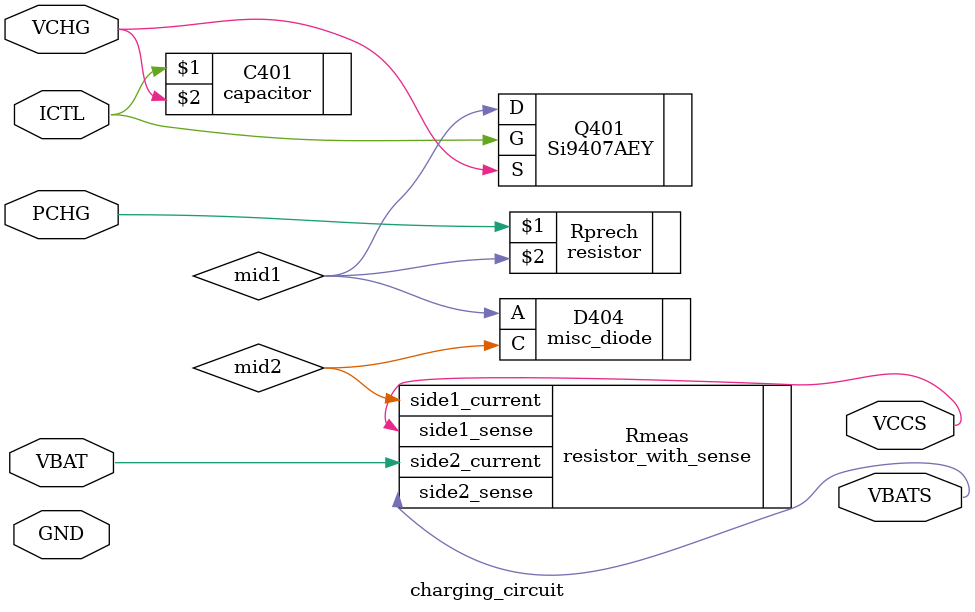
<source format=v>
/*
 * This module encapsulates the battery charging circuit.
 */

module charging_circuit (GND, VCHG, VBAT, ICTL, PCHG, VCCS, VBATS);

input GND, VCHG;
inout VBAT;

input ICTL, PCHG;
output VCCS, VBATS;

wire mid1, mid2;

Si9407AEY Q401 (.G(ICTL), .S(VCHG), .D(mid1));
capacitor C401 (ICTL, VCHG);

resistor Rprech (PCHG, mid1);

misc_diode D404 (.A(mid1), .C(mid2));

resistor_with_sense Rmeas (.side1_current(mid2),
			   .side1_sense(VCCS),
			   .side2_current(VBAT),
			   .side2_sense(VBATS)
	);

endmodule

</source>
